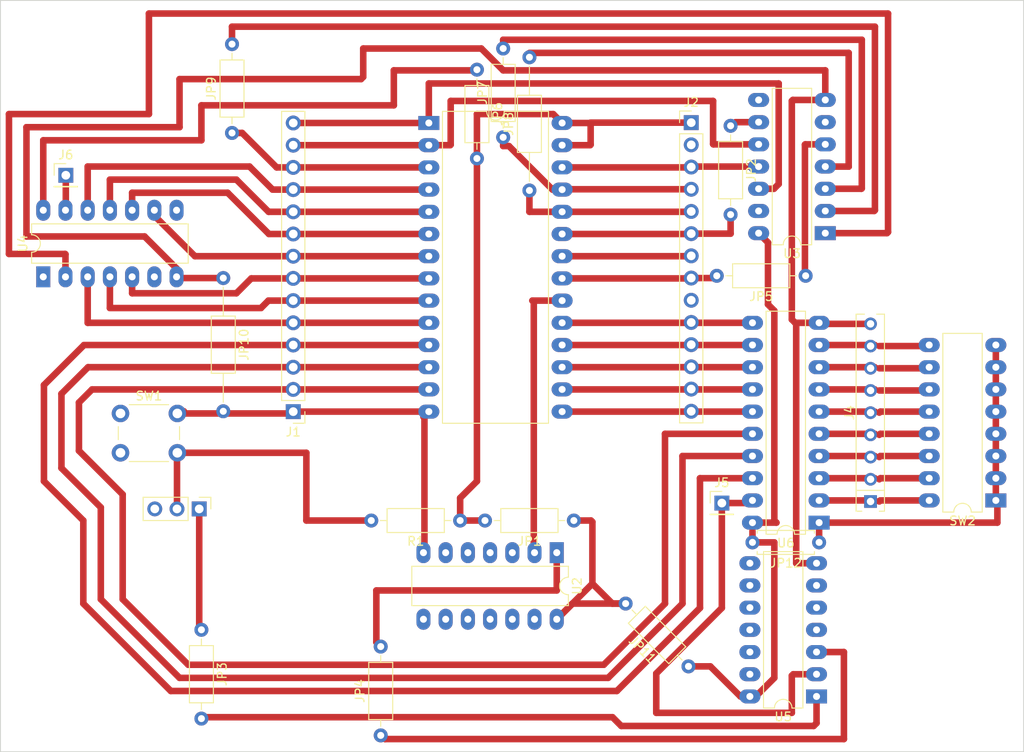
<source format=kicad_pcb>
(kicad_pcb (version 20221018) (generator pcbnew)
  (layers (0 "F.Cu" signal) (31 "B.Cu" signal) (34 "B.Paste" user) (35 "F.Paste" user) (36 "B.SilkS" user "B.Silkscreen") (37 "F.SilkS" user "F.Silkscreen") (38 "B.Mask" user) (39 "F.Mask" user) (44 "Edge.Cuts" user))
  (net 0 "")
  (net 1 "Net-(J1-Pin_4)")
  (net 2 "Net-(J1-Pin_7)")
  (net 3 "Net-(J1-Pin_8)")
  (net 4 "Net-(J1-Pin_9)")
  (net 5 "Net-(J1-Pin_10)")
  (net 6 "Net-(J1-Pin_11)")
  (net 7 "Net-(J1-Pin_13)")
  (net 8 "Net-(J1-Pin_14)")
  (net 19 "Net-(J1-Pin_3)")
  (net 20 "Net-(J1-Pin_1)")
  (net 21 "Net-(J1-Pin_6)")
  (net 22 "Net-(J1-Pin_5)")
  (net 23 "Net-(J1-Pin_12)")
  (net 24 "Net-(J1-Pin_2)")
  (net 25 "Net-(J2-Pin_14)")
  (net 26 "Net-(J2-Pin_13)")
  (net 27 "Net-(J2-Pin_12)")
  (net 28 "Net-(J2-Pin_11)")
  (net 29 "Net-(J2-Pin_10)")
  (net 30 "Net-(J2-Pin_8)")
  (net 31 "Net-(J2-Pin_7)")
  (net 32 "Net-(J2-Pin_6)")
  (net 33 "Net-(J2-Pin_5)")
  (net 34 "Net-(J2-Pin_4)")
  (net 35 "Net-(J2-Pin_3)")
  (net 36 "Net-(J2-Pin_1)")
  (net 38 "Net-(U1-{slash}CE)")
  (net 40 "Net-(J3-Pin_1)")
  (net 41 "Net-(J3-Pin_2)")
  (net 53 "Net-(JP2-A)")
  (net 54 "Net-(JP3-B)")
  (net 55 "Net-(JP4-A)")
  (net 56 "Net-(JP4-B)")
  (net 57 "Net-(JP5-A)")
  (net 58 "Net-(JP6-A)")
  (net 59 "Net-(U3-K)")
  (net 60 "Net-(JP7-B)")
  (net 61 "Net-(JP8-B)")
  (net 62 "Net-(JP9-B)")
  (net 63 "Net-(JP11-A)")
  (net 64 "Net-(J4-Pin_1)")
  (net 65 "Net-(J4-Pin_2)")
  (net 66 "Net-(J4-Pin_3)")
  (net 67 "Net-(J4-Pin_4)")
  (net 68 "Net-(J4-Pin_5)")
  (net 69 "Net-(J4-Pin_6)")
  (net 70 "Net-(J4-Pin_7)")
  (net 71 "Net-(J4-Pin_8)")
  (net 72 "Net-(JP12-A)")
  (net 73 "Net-(J5-Pin_1)")
  (footprint "Connector_PinHeader_2.54mm:PinHeader_1x01_P2.54mm_Vertical" (layer "F.Cu") (at 35 66.5)
    (fp_text reference "J6")
    (fp_text value "Conn_01x01")
  )
  (footprint "Connector_PinHeader_2.54mm:PinHeader_1x14_P2.54mm_Vertical" (layer "F.Cu") (at 61 93.54 180)
    (fp_text reference "J1")
    (fp_text value "Conn_01x14" hide)
  )
  (footprint "Resistor_THT:R_Axial_DIN0207_L6.3mm_D2.5mm_P10.16mm_Horizontal" (layer "F.Cu") (at 111 60.84 -90)
    (fp_text reference "JP2")
    (fp_text value "Jumper_2_Bridged")
  )
  (footprint "Connector_PinHeader_2.54mm:PinHeader_1x01_P2.54mm_Vertical" (layer "F.Cu") (at 110 104)
    (fp_text reference "J5")
    (fp_text value "Conn_01x01")
  )
  (footprint "Resistor_THT:R_Axial_DIN0207_L6.3mm_D2.5mm_P10.16mm_Horizontal" (layer "F.Cu") (at 54 61.66 90)
    (fp_text reference "JP9")
    (fp_text value "Jumper_2_Bridged")
  )
  (footprint "Resistor_THT:R_Axial_DIN0207_L6.3mm_D2.5mm_P10.16mm_Horizontal" (layer "F.Cu") (at 85 62.16 90)
    (fp_text reference "JP7")
    (fp_text value "Jumper_2_Bridged")
  )
  (footprint "Resistor_THT:R_Axial_DIN0207_L6.3mm_D2.5mm_P10.16mm_Horizontal" (layer "F.Cu") (at 71 130.58 90)
    (fp_text reference "JP4")
    (fp_text value "Jumper_2_Bridged")
  )
  (footprint "Resistor_THT:R_Axial_DIN0207_L6.3mm_D2.5mm_P10.16mm_Horizontal" (layer "F.Cu") (at 80.08 106 180)
    (fp_text reference "R1")
    (fp_text value "10K")
  )
  (footprint "Resistor_THT:R_Axial_DIN0207_L6.3mm_D2.5mm_P10.16mm_Horizontal" (layer "F.Cu") (at 50.5 118.5 -90)
    (fp_text reference "JP3")
    (fp_text value "Jumper_2_Bridged")
  )
  (footprint "Resistor_THT:R_Axial_DIN0207_L6.3mm_D2.5mm_P10.16mm_Horizontal" (layer "F.Cu") (at 106.184205 122.684205 135)
    (fp_text reference "JP11")
    (fp_text value "Jumper_2_Bridged")
  )
  (footprint "Button_Switch_THT:SW_PUSH_6mm_H5mm" (layer "F.Cu") (at 41.25 93.75)
    (fp_text reference "SW1")
    (fp_text value "SW_Push")
  )
  (footprint "Resistor_THT:R_Axial_DIN0207_L6.3mm_D2.5mm_P7.62mm_Horizontal" (layer "F.Cu") (at 121.12 108.5 180)
    (fp_text reference "JP12")
    (fp_text value "Jumper_2_Bridged")
  )
  (footprint "Package_SIP:SIP-9_22.3x3mm_P2.54mm" (layer "F.Cu") (at 127 103.82 90)
    (fp_text reference "J4")
    (fp_text value "Conn_01x09_Pin")
  )
  (footprint "Package_DIP:DIP-16_W7.62mm_LongPads" (layer "F.Cu") (at 141.325 103.7 180)
    (fp_text reference "SW2")
    (fp_text value "SW_DIP_x08")
  )
  (footprint "Resistor_THT:R_Axial_DIN0207_L6.3mm_D2.5mm_P10.16mm_Horizontal" (layer "F.Cu") (at 119.58 78 180)
    (fp_text reference "JP5")
    (fp_text value "Jumper_2_Bridged")
  )
  (footprint "Resistor_THT:R_Axial_DIN0207_L6.3mm_D2.5mm_P15.24mm_Horizontal" (layer "F.Cu") (at 88 68.24 90)
    (fp_text reference "JP8")
    (fp_text value "Jumper_2_Bridged")
  )
  (footprint "Package_DIP:DIP-14_W7.62mm_LongPads" (layer "F.Cu") (at 32.42 78.12 90)
    (fp_text reference "U4")
    (fp_text value "4068")
  )
  (footprint "Resistor_THT:R_Axial_DIN0207_L6.3mm_D2.5mm_P15.24mm_Horizontal" (layer "F.Cu") (at 53 78.26 -90)
    (fp_text reference "JP10")
    (fp_text value "Jumper_2_Bridged")
  )
  (footprint "Connector_PinHeader_2.54mm:PinHeader_1x14_P2.54mm_Vertical" (layer "F.Cu") (at 106.5 60.48)
    (fp_text reference "J2")
    (fp_text value "Conn_01x14")
  )
  (footprint "Connector_PinHeader_2.54mm:PinHeader_1x03_P2.54mm_Vertical" (layer "F.Cu") (at 50.25 104.67 -90)
    (fp_text reference "J3" hide)
    (fp_text value "Conn_01x03")
  )
  (footprint "Package_DIP:DIP-20_W7.62mm_LongPads" (layer "F.Cu") (at 121.12 106.24 180)
    (fp_text reference "U6")
    (fp_text value "74LS245")
  )
  (footprint "Resistor_THT:R_Axial_DIN0207_L6.3mm_D2.5mm_P10.16mm_Horizontal" (layer "F.Cu") (at 82 54.42 -90)
    (fp_text reference "JP6")
    (fp_text value "Jumper_2_Bridged")
  )
  (footprint "Package_DIP:DIP-14_W7.62mm_LongPads" (layer "F.Cu") (at 121.825 73.125 180)
    (fp_text reference "U3")
    (fp_text value "4068")
  )
  (footprint "Package_DIP:DIP-28_W15.24mm_LongPads" (layer "F.Cu") (at 76.5 60.52)
    (fp_text reference "U1" hide)
    (fp_text value "~")
  )
  (footprint "Package_DIP:DIP-14_W7.62mm_LongPads" (layer "F.Cu") (at 120.825 126.125 180)
    (fp_text reference "U5")
    (fp_text value "74LS08")
  )
  (footprint "Package_DIP:DIP-14_W7.62mm_LongPads" (layer "F.Cu") (at 91.125 109.675 -90)
    (fp_text reference "U2")
    (fp_text value "74HC04")
  )
  (footprint "Resistor_THT:R_Axial_DIN0207_L6.3mm_D2.5mm_P10.16mm_Horizontal" (layer "F.Cu") (at 93.08 106 180)
    (fp_text reference "JP1")
    (fp_text value "Jumper_2_Bridged")
  )
  (gr_rect (start 27.5246 46.5) (end 144.5 132.45) (stroke (width 0.1)) (fill none) (layer "Edge.Cuts"))
  (segment (start 32.5 90.5) (end 32.5 101.5) (width 0.75) (layer "F.Cu") (net 1))
  (segment (start 37 115.5) (end 47 125.5) (width 0.75) (layer "F.Cu") (net 1))
  (segment (start 98 125.5) (end 107.5 116) (width 0.75) (layer "F.Cu") (net 1))
  (segment (start 107.5 116) (end 107.5 101.16) (width 0.75) (layer "F.Cu") (net 1))
  (segment (start 61 85.92) (end 37.08 85.92) (width 0.75) (layer "F.Cu") (net 1))
  (segment (start 37 106) (end 37 115.5) (width 0.75) (layer "F.Cu") (net 1))
  (segment (start 61 85.92) (end 76.5 85.92) (width 0.75) (layer "F.Cu") (net 1))
  (segment (start 107.5 101.16) (end 113.5 101.16) (width 0.75) (layer "F.Cu") (net 1))
  (segment (start 37.08 85.92) (end 32.5 90.5) (width 0.75) (layer "F.Cu") (net 1))
  (segment (start 47 125.5) (end 98 125.5) (width 0.75) (layer "F.Cu") (net 1))
  (segment (start 32.5 101.5) (end 37 106) (width 0.75) (layer "F.Cu") (net 1))
  (segment (start 56.2 78.3) (end 61 78.3) (width 0.75) (layer "F.Cu") (net 2))
  (segment (start 42.58 80) (end 54.5 80) (width 0.75) (layer "F.Cu") (net 2))
  (segment (start 61 78.3) (end 76.5 78.3) (width 0.75) (layer "F.Cu") (net 2))
  (segment (start 42.58 78.12) (end 42.58 80) (width 0.75) (layer "F.Cu") (net 2))
  (segment (start 54.5 80) (end 56.2 78.3) (width 0.75) (layer "F.Cu") (net 2))
  (segment (start 76.5 75.76) (end 61 75.76) (width 0.75) (layer "F.Cu") (net 3))
  (segment (start 49.76 75.76) (end 61 75.76) (width 0.75) (layer "F.Cu") (net 3))
  (segment (start 45.12 70.5) (end 45.12 71.12) (width 0.75) (layer "F.Cu") (net 3))
  (segment (start 45.12 71.12) (end 49.76 75.76) (width 0.75) (layer "F.Cu") (net 3))
  (segment (start 58.22 73.22) (end 61 73.22) (width 0.75) (layer "F.Cu") (net 4))
  (segment (start 53.5 68.5) (end 58.22 73.22) (width 0.75) (layer "F.Cu") (net 4))
  (segment (start 42.58 70.5) (end 42.58 68.5) (width 0.75) (layer "F.Cu") (net 4))
  (segment (start 61 73.22) (end 76.5 73.22) (width 0.75) (layer "F.Cu") (net 4))
  (segment (start 42.58 68.5) (end 53.5 68.5) (width 0.75) (layer "F.Cu") (net 4))
  (segment (start 58.18 70.68) (end 61 70.68) (width 0.75) (layer "F.Cu") (net 5))
  (segment (start 40.04 67) (end 54.5 67) (width 0.75) (layer "F.Cu") (net 5))
  (segment (start 54.5 67) (end 58.18 70.68) (width 0.75) (layer "F.Cu") (net 5))
  (segment (start 40.04 70.5) (end 40.04 67) (width 0.75) (layer "F.Cu") (net 5))
  (segment (start 76.5 70.68) (end 61 70.68) (width 0.75) (layer "F.Cu") (net 5))
  (segment (start 37.5 70.5) (end 37.5 65.5) (width 0.75) (layer "F.Cu") (net 6))
  (segment (start 76.5 68.14) (end 61 68.14) (width 0.75) (layer "F.Cu") (net 6))
  (segment (start 37.5 65.5) (end 56 65.5) (width 0.75) (layer "F.Cu") (net 6))
  (segment (start 58.64 68.14) (end 61 68.14) (width 0.75) (layer "F.Cu") (net 6))
  (segment (start 56 65.5) (end 58.64 68.14) (width 0.75) (layer "F.Cu") (net 6))
  (segment (start 114.205 62.965) (end 109.035 62.965) (width 0.75) (layer "F.Cu") (net 7))
  (segment (start 109.035 62.965) (end 109 62.93) (width 0.75) (layer "F.Cu") (net 7))
  (segment (start 78.94 63.06) (end 76.5 63.06) (width 0.75) (layer "F.Cu") (net 7))
  (segment (start 109 62.93) (end 109 58) (width 0.75) (layer "F.Cu") (net 7))
  (segment (start 79 58) (end 79 63) (width 0.75) (layer "F.Cu") (net 7))
  (segment (start 79 63) (end 78.94 63.06) (width 0.75) (layer "F.Cu") (net 7))
  (segment (start 109 58) (end 79 58) (width 0.75) (layer "F.Cu") (net 7))
  (segment (start 76.5 63.06) (end 61 63.06) (width 0.75) (layer "F.Cu") (net 7))
  (segment (start 115.955 68.045) (end 116.5 67.5) (width 0.75) (layer "F.Cu") (net 8))
  (segment (start 116.5 56) (end 76.5 56) (width 0.75) (layer "F.Cu") (net 8))
  (segment (start 114.205 68.045) (end 115.955 68.045) (width 0.75) (layer "F.Cu") (net 8))
  (segment (start 61 60.52) (end 76.5 60.52) (width 0.75) (layer "F.Cu") (net 8))
  (segment (start 116.5 67.5) (end 116.5 56) (width 0.75) (layer "F.Cu") (net 8))
  (segment (start 76.5 56) (end 76.5 60.52) (width 0.75) (layer "F.Cu") (net 8))
  (segment (start 34.5 91.5) (end 34.5 100) (width 0.75) (layer "F.Cu") (net 19))
  (segment (start 39 115) (end 48 124) (width 0.75) (layer "F.Cu") (net 19))
  (segment (start 48 124) (end 97 124) (width 0.75) (layer "F.Cu") (net 19))
  (segment (start 105.5 115.5) (end 105.5 98.62) (width 0.75) (layer "F.Cu") (net 19))
  (segment (start 37.54 88.46) (end 34.5 91.5) (width 0.75) (layer "F.Cu") (net 19))
  (segment (start 61 88.46) (end 37.54 88.46) (width 0.75) (layer "F.Cu") (net 19))
  (segment (start 76.5 88.46) (end 61 88.46) (width 0.75) (layer "F.Cu") (net 19))
  (segment (start 105.5 98.62) (end 113.5 98.62) (width 0.75) (layer "F.Cu") (net 19))
  (segment (start 39 104.5) (end 39 115) (width 0.75) (layer "F.Cu") (net 19))
  (segment (start 97 124) (end 105.5 115.5) (width 0.75) (layer "F.Cu") (net 19))
  (segment (start 34.5 100) (end 39 104.5) (width 0.75) (layer "F.Cu") (net 19))
  (segment (start 69 55.25) (end 68.75 55.5) (width 0.75) (layer "F.Cu") (net 20))
  (segment (start 76.5 93.54) (end 61 93.54) (width 0.75) (layer "F.Cu") (net 20))
  (segment (start 85 54.5) (end 82.5 52) (width 0.75) (layer "F.Cu") (net 20))
  (segment (start 118.115 57.885) (end 121.825 57.885) (width 0.75) (layer "F.Cu") (net 20))
  (segment (start 69 52) (end 69 55.25) (width 0.75) (layer "F.Cu") (net 20))
  (segment (start 47.8 78.26) (end 47.66 78.12) (width 0.75) (layer "F.Cu") (net 20))
  (segment (start 30.5 61) (end 30.5 73.5) (width 0.75) (layer "F.Cu") (net 20))
  (segment (start 75.885 94.155) (end 76.5 93.54) (width 0.75) (layer "F.Cu") (net 20))
  (segment (start 76.5 93.54) (end 76 94.04) (width 0.75) (layer "F.Cu") (net 20))
  (segment (start 76 109.56) (end 75.885 109.675) (width 0.75) (layer "F.Cu") (net 20))
  (segment (start 48 55.5) (end 48 61) (width 0.75) (layer "F.Cu") (net 20))
  (segment (start 48 61) (end 30.5 61) (width 0.75) (layer "F.Cu") (net 20))
  (segment (start 44 73.5) (end 47.66 77.16) (width 0.75) (layer "F.Cu") (net 20))
  (segment (start 127 83.5) (end 121.24 83.5) (width 0.75) (layer "F.Cu") (net 20))
  (segment (start 76 94.04) (end 76 109.56) (width 0.75) (layer "F.Cu") (net 20))
  (segment (start 68.75 55.5) (end 48 55.5) (width 0.75) (layer "F.Cu") (net 20))
  (segment (start 118 58) (end 118.115 57.885) (width 0.75) (layer "F.Cu") (net 20))
  (segment (start 118.38 83.38) (end 118 83) (width 0.75) (layer "F.Cu") (net 20))
  (segment (start 121.825 57.885) (end 121.825 54.5) (width 0.75) (layer "F.Cu") (net 20))
  (segment (start 47.75 93.75) (end 60.79 93.75) (width 0.75) (layer "F.Cu") (net 20))
  (segment (start 48 93.5) (end 48.5 93.5) (width 0.75) (layer "F.Cu") (net 20))
  (segment (start 118 83) (end 118 58) (width 0.75) (layer "F.Cu") (net 20))
  (segment (start 121.24 83.5) (end 121.12 83.38) (width 0.75) (layer "F.Cu") (net 20))
  (segment (start 121.12 83.38) (end 118.38 83.38) (width 0.75) (layer "F.Cu") (net 20))
  (segment (start 118.5 110.885) (end 120.825 110.885) (width 0.75) (layer "F.Cu") (net 20))
  (segment (start 47.66 77.16) (end 47.66 78.12) (width 0.75) (layer "F.Cu") (net 20))
  (segment (start 121.825 54.5) (end 85 54.5) (width 0.75) (layer "F.Cu") (net 20))
  (segment (start 118.5 83.5) (end 118.5 110.885) (width 0.75) (layer "F.Cu") (net 20))
  (segment (start 82.5 52) (end 69 52) (width 0.75) (layer "F.Cu") (net 20))
  (segment (start 53 78.26) (end 47.8 78.26) (width 0.75) (layer "F.Cu") (net 20))
  (segment (start 60.79 93.75) (end 61 93.54) (width 0.75) (layer "F.Cu") (net 20))
  (segment (start 30.5 73.5) (end 44 73.5) (width 0.75) (layer "F.Cu") (net 20))
  (segment (start 58.16 80.84) (end 61 80.84) (width 0.75) (layer "F.Cu") (net 21))
  (segment (start 40.04 81.69) (end 57.31 81.69) (width 0.75) (layer "F.Cu") (net 21))
  (segment (start 40.04 78.12) (end 40.04 81.69) (width 0.75) (layer "F.Cu") (net 21))
  (segment (start 57.31 81.69) (end 58.16 80.84) (width 0.75) (layer "F.Cu") (net 21))
  (segment (start 61 80.84) (end 76.5 80.84) (width 0.75) (layer "F.Cu") (net 21))
  (segment (start 37.5 78.12) (end 37.5 83.38) (width 0.75) (layer "F.Cu") (net 22))
  (segment (start 76.5 83.38) (end 61 83.38) (width 0.75) (layer "F.Cu") (net 22))
  (segment (start 37.5 83.38) (end 61 83.38) (width 0.75) (layer "F.Cu") (net 22))
  (segment (start 61 65.6) (end 76.5 65.6) (width 0.75) (layer "F.Cu") (net 23))
  (segment (start 59.1 65.6) (end 61 65.6) (width 0.75) (layer "F.Cu") (net 23))
  (segment (start 55.16 61.66) (end 59.1 65.6) (width 0.75) (layer "F.Cu") (net 23))
  (segment (start 54 61.66) (end 55.16 61.66) (width 0.75) (layer "F.Cu") (net 23))
  (segment (start 41.5 103.015255) (end 41.5 115) (width 0.75) (layer "F.Cu") (net 24))
  (segment (start 36.5 92.5) (end 36.5 98.015255) (width 0.75) (layer "F.Cu") (net 24))
  (segment (start 103.5 96.08) (end 113.5 96.08) (width 0.75) (layer "F.Cu") (net 24))
  (segment (start 41.5 115) (end 49 122.5) (width 0.75) (layer "F.Cu") (net 24))
  (segment (start 49 122.5) (end 96.5 122.5) (width 0.75) (layer "F.Cu") (net 24))
  (segment (start 96.5 122.5) (end 103.5 115.5) (width 0.75) (layer "F.Cu") (net 24))
  (segment (start 103.5 115.5) (end 103.5 96.08) (width 0.75) (layer "F.Cu") (net 24))
  (segment (start 36.5 98.015255) (end 41.5 103.015255) (width 0.75) (layer "F.Cu") (net 24))
  (segment (start 38 91) (end 36.5 92.5) (width 0.75) (layer "F.Cu") (net 24))
  (segment (start 61 91) (end 76.5 91) (width 0.75) (layer "F.Cu") (net 24))
  (segment (start 61 91) (end 38 91) (width 0.75) (layer "F.Cu") (net 24))
  (segment (start 106.46 93.54) (end 106.5 93.5) (width 0.75) (layer "F.Cu") (net 25))
  (segment (start 106.54 93.54) (end 106.5 93.5) (width 0.75) (layer "F.Cu") (net 25))
  (segment (start 91.74 93.54) (end 106.46 93.54) (width 0.75) (layer "F.Cu") (net 25))
  (segment (start 113.5 93.54) (end 106.54 93.54) (width 0.75) (layer "F.Cu") (net 25))
  (segment (start 106.46 91) (end 106.5 90.96) (width 0.75) (layer "F.Cu") (net 26))
  (segment (start 106.54 91) (end 106.5 90.96) (width 0.75) (layer "F.Cu") (net 26))
  (segment (start 91.74 91) (end 106.46 91) (width 0.75) (layer "F.Cu") (net 26))
  (segment (start 113.5 91) (end 106.54 91) (width 0.75) (layer "F.Cu") (net 26))
  (segment (start 106.54 88.46) (end 106.5 88.42) (width 0.75) (layer "F.Cu") (net 27))
  (segment (start 106.46 88.46) (end 106.5 88.42) (width 0.75) (layer "F.Cu") (net 27))
  (segment (start 91.74 88.46) (end 106.46 88.46) (width 0.75) (layer "F.Cu") (net 27))
  (segment (start 113.5 88.46) (end 106.54 88.46) (width 0.75) (layer "F.Cu") (net 27))
  (segment (start 113.5 85.92) (end 106.54 85.92) (width 0.75) (layer "F.Cu") (net 28))
  (segment (start 106.54 85.92) (end 106.5 85.88) (width 0.75) (layer "F.Cu") (net 28))
  (segment (start 91.74 85.92) (end 106.46 85.92) (width 0.75) (layer "F.Cu") (net 28))
  (segment (start 106.46 85.92) (end 106.5 85.88) (width 0.75) (layer "F.Cu") (net 28))
  (segment (start 106.46 83.38) (end 106.5 83.34) (width 0.75) (layer "F.Cu") (net 29))
  (segment (start 106.54 83.38) (end 106.5 83.34) (width 0.75) (layer "F.Cu") (net 29))
  (segment (start 113.5 83.38) (end 106.54 83.38) (width 0.75) (layer "F.Cu") (net 29))
  (segment (start 91.74 83.38) (end 106.46 83.38) (width 0.75) (layer "F.Cu") (net 29))
  (segment (start 106.015255 78.3) (end 106.055255 78.26) (width 0.75) (layer "F.Cu") (net 30))
  (segment (start 106.055255 78.26) (end 106.5 78.26) (width 0.75) (layer "F.Cu") (net 30))
  (segment (start 106.5 78.26) (end 109.16 78.26) (width 0.75) (layer "F.Cu") (net 30))
  (segment (start 91.74 78.3) (end 106.015255 78.3) (width 0.75) (layer "F.Cu") (net 30))
  (segment (start 109.16 78.26) (end 109.42 78) (width 0.75) (layer "F.Cu") (net 30))
  (segment (start 91.74 75.76) (end 106.46 75.76) (width 0.75) (layer "F.Cu") (net 31))
  (segment (start 106.46 75.76) (end 106.5 75.72) (width 0.75) (layer "F.Cu") (net 31))
  (segment (start 111 73.18) (end 106.5 73.18) (width 0.75) (layer "F.Cu") (net 32))
  (segment (start 91.74 73.22) (end 106.46 73.22) (width 0.75) (layer "F.Cu") (net 32))
  (segment (start 111 71) (end 111 73.18) (width 0.75) (layer "F.Cu") (net 32))
  (segment (start 106.46 73.22) (end 106.5 73.18) (width 0.75) (layer "F.Cu") (net 32))
  (segment (start 88 70.68) (end 91.74 70.68) (width 0.75) (layer "F.Cu") (net 33))
  (segment (start 106.46 70.68) (end 106.5 70.64) (width 0.75) (layer "F.Cu") (net 33))
  (segment (start 91.74 70.68) (end 106.46 70.68) (width 0.75) (layer "F.Cu") (net 33))
  (segment (start 88 68.24) (end 88 70.68) (width 0.75) (layer "F.Cu") (net 33))
  (segment (start 106.5 68.1) (end 91.78 68.1) (width 0.75) (layer "F.Cu") (net 34))
  (segment (start 91.78 68.1) (end 91.74 68.14) (width 0.75) (layer "F.Cu") (net 34))
  (segment (start 90.64 68.14) (end 85.66 63.16) (width 0.75) (layer "F.Cu") (net 34))
  (segment (start 85.66 63.16) (end 85 63.16) (width 0.75) (layer "F.Cu") (net 34))
  (segment (start 91.74 68.14) (end 90.64 68.14) (width 0.75) (layer "F.Cu") (net 34))
  (segment (start 85 63.16) (end 85 62.16) (width 0.75) (layer "F.Cu") (net 34))
  (segment (start 91.74 65.6) (end 106.46 65.6) (width 0.75) (layer "F.Cu") (net 35))
  (segment (start 106.46 65.6) (end 106.5 65.56) (width 0.75) (layer "F.Cu") (net 35))
  (segment (start 106.555 65.505) (end 106.5 65.56) (width 0.75) (layer "F.Cu") (net 35))
  (segment (start 114.205 65.505) (end 106.555 65.505) (width 0.75) (layer "F.Cu") (net 35))
  (segment (start 82 59.5) (end 82 64.58) (width 0.75) (layer "F.Cu") (net 36))
  (segment (start 95.04 106) (end 93.08 106) (width 0.75) (layer "F.Cu") (net 36))
  (segment (start 91.8 63) (end 92 63) (width 0.75) (layer "F.Cu") (net 36))
  (segment (start 82 101.5) (end 82 64.58) (width 0.75) (layer "F.Cu") (net 36))
  (segment (start 95.02 60.48) (end 106.5 60.48) (width 0.75) (layer "F.Cu") (net 36))
  (segment (start 94.98 60.52) (end 91.74 60.52) (width 0.75) (layer "F.Cu") (net 36))
  (segment (start 95 60.5) (end 95.02 60.48) (width 0.75) (layer "F.Cu") (net 36))
  (segment (start 115.275 81.275) (end 116 82) (width 0.75) (layer "F.Cu") (net 36))
  (segment (start 97.48 115.5) (end 95.2 113.22) (width 0.75) (layer "F.Cu") (net 36))
  (segment (start 91.74 63.06) (end 94.94 63.06) (width 0.75) (layer "F.Cu") (net 36))
  (segment (start 116 82) (end 116 106) (width 0.75) (layer "F.Cu") (net 36))
  (segment (start 80.08 106) (end 82.92 106) (width 0.75) (layer "F.Cu") (net 36))
  (segment (start 99 115.5) (end 97.48 115.5) (width 0.75) (layer "F.Cu") (net 36))
  (segment (start 91.125 117.295) (end 95.2 113.22) (width 0.75) (layer "F.Cu") (net 36))
  (segment (start 80.08 103.42) (end 82 101.5) (width 0.75) (layer "F.Cu") (net 36))
  (segment (start 95.2 106.16) (end 95.04 106) (width 0.75) (layer "F.Cu") (net 36))
  (segment (start 91.74 63.06) (end 91.8 63) (width 0.75) (layer "F.Cu") (net 36))
  (segment (start 95 60.5) (end 94.98 60.52) (width 0.75) (layer "F.Cu") (net 36))
  (segment (start 116 106) (end 116.24 106.24) (width 0.75) (layer "F.Cu") (net 36))
  (segment (start 91.74 60.52) (end 90.72 59.5) (width 0.75) (layer "F.Cu") (net 36))
  (segment (start 90.72 59.5) (end 82 59.5) (width 0.75) (layer "F.Cu") (net 36))
  (segment (start 94.94 63.06) (end 95 63) (width 0.75) (layer "F.Cu") (net 36))
  (segment (start 113.5 106.24) (end 116.24 106.24) (width 0.75) (layer "F.Cu") (net 36))
  (segment (start 99 115.5) (end 92.92 115.5) (width 0.75) (layer "F.Cu") (net 36))
  (segment (start 95 63) (end 95 60.5) (width 0.75) (layer "F.Cu") (net 36))
  (segment (start 92.92 115.5) (end 91.125 117.295) (width 0.75) (layer "F.Cu") (net 36))
  (segment (start 114.205 73.125) (end 115.275 74.195) (width 0.75) (layer "F.Cu") (net 36))
  (segment (start 115.275 74.195) (end 115.275 81.275) (width 0.75) (layer "F.Cu") (net 36))
  (segment (start 80.08 106) (end 80.08 103.42) (width 0.75) (layer "F.Cu") (net 36))
  (segment (start 95.2 113.22) (end 95.2 106.16) (width 0.75) (layer "F.Cu") (net 36))
  (segment (start 88.5 81) (end 88.34 80.84) (width 0.75) (layer "F.Cu") (net 38))
  (segment (start 88.34 80.84) (end 91.74 80.84) (width 0.75) (layer "F.Cu") (net 38))
  (segment (start 88.585 109.675) (end 88.5 109.59) (width 0.75) (layer "F.Cu") (net 38))
  (segment (start 88.5 109.59) (end 88.5 81) (width 0.75) (layer "F.Cu") (net 38))
  (segment (start 50.25 104.67) (end 50.25 118.25) (width 0.75) (layer "F.Cu") (net 40))
  (segment (start 50.25 118.25) (end 50.5 118.5) (width 0.75) (layer "F.Cu") (net 40))
  (segment (start 47.75 98.25) (end 62.5 98.25) (width 0.75) (layer "F.Cu") (net 41))
  (segment (start 62.5 106) (end 69.92 106) (width 0.75) (layer "F.Cu") (net 41))
  (segment (start 62.5 98.25) (end 62.5 106) (width 0.75) (layer "F.Cu") (net 41))
  (segment (start 47.71 104.67) (end 47.71 98.29) (width 0.75) (layer "F.Cu") (net 41))
  (segment (start 47.71 98.29) (end 47.75 98.25) (width 0.75) (layer "F.Cu") (net 41))
  (segment (start 111.575 60.425) (end 114.205 60.425) (width 0.75) (layer "F.Cu") (net 53))
  (segment (start 111 60.84) (end 111.16 60.84) (width 0.75) (layer "F.Cu") (net 53))
  (segment (start 111.16 60.84) (end 111.575 60.425) (width 0.75) (layer "F.Cu") (net 53))
  (segment (start 50.66 128.5) (end 97.5 128.5) (width 0.75) (layer "F.Cu") (net 54))
  (segment (start 98.5 129.5) (end 120.5 129.5) (width 0.75) (layer "F.Cu") (net 54))
  (segment (start 120.825 129.175) (end 120.825 126.125) (width 0.75) (layer "F.Cu") (net 54))
  (segment (start 50.5 128.66) (end 50.66 128.5) (width 0.75) (layer "F.Cu") (net 54))
  (segment (start 120.5 129.5) (end 120.825 129.175) (width 0.75) (layer "F.Cu") (net 54))
  (segment (start 97.5 128.5) (end 98.5 129.5) (width 0.75) (layer "F.Cu") (net 54))
  (segment (start 123.955 121.045) (end 120.825 121.045) (width 0.75) (layer "F.Cu") (net 55))
  (segment (start 123.955 131) (end 123.955 121.045) (width 0.75) (layer "F.Cu") (net 55))
  (segment (start 71.5 131) (end 123.955 131) (width 0.75) (layer "F.Cu") (net 55))
  (segment (start 71 130.5) (end 71.5 131) (width 0.75) (layer "F.Cu") (net 55))
  (segment (start 70.5 114) (end 70.5 119.92) (width 0.75) (layer "F.Cu") (net 56))
  (segment (start 70.5 119.92) (end 71 120.42) (width 0.75) (layer "F.Cu") (net 56))
  (segment (start 91.125 109.675) (end 91.125 114) (width 0.75) (layer "F.Cu") (net 56))
  (segment (start 91.125 114) (end 70.5 114) (width 0.75) (layer "F.Cu") (net 56))
  (segment (start 121.825 62.965) (end 119.535 62.965) (width 0.75) (layer "F.Cu") (net 57))
  (segment (start 119.5 63) (end 119.5 77.92) (width 0.75) (layer "F.Cu") (net 57))
  (segment (start 119.535 62.965) (end 119.5 63) (width 0.75) (layer "F.Cu") (net 57))
  (segment (start 119.5 77.92) (end 119.58 78) (width 0.75) (layer "F.Cu") (net 57))
  (segment (start 50.5 62.5) (end 50.5 58.5) (width 0.75) (layer "F.Cu") (net 58))
  (segment (start 32.42 70.5) (end 32.42 62.5) (width 0.75) (layer "F.Cu") (net 58))
  (segment (start 72.5 58.5) (end 72.5 54.5) (width 0.75) (layer "F.Cu") (net 58))
  (segment (start 32.42 62.5) (end 50.5 62.5) (width 0.75) (layer "F.Cu") (net 58))
  (segment (start 72.5 54.5) (end 82 54.5) (width 0.75) (layer "F.Cu") (net 58))
  (segment (start 50.5 58.5) (end 72.5 58.5) (width 0.75) (layer "F.Cu") (net 58))
  (segment (start 129 48) (end 129 73) (width 0.75) (layer "F.Cu") (net 59))
  (segment (start 44.5 48) (end 129 48) (width 0.75) (layer "F.Cu") (net 59))
  (segment (start 34.96 78.12) (end 34.96 75.54) (width 0.75) (layer "F.Cu") (net 59))
  (segment (start 128.875 73.125) (end 121.825 73.125) (width 0.75) (layer "F.Cu") (net 59))
  (segment (start 44.5 59.5) (end 44.5 48) (width 0.75) (layer "F.Cu") (net 59))
  (segment (start 34.96 75.54) (end 34.92 75.5) (width 0.75) (layer "F.Cu") (net 59))
  (segment (start 129 73) (end 128.875 73.125) (width 0.75) (layer "F.Cu") (net 59))
  (segment (start 34.92 75.5) (end 28.5 75.5) (width 0.75) (layer "F.Cu") (net 59))
  (segment (start 28.5 59.5) (end 44.5 59.5) (width 0.75) (layer "F.Cu") (net 59))
  (segment (start 28.5 75.5) (end 28.5 59.5) (width 0.75) (layer "F.Cu") (net 59))
  (segment (start 85 51) (end 85 52) (width 0.75) (layer "F.Cu") (net 60))
  (segment (start 126 51) (end 85 51) (width 0.75) (layer "F.Cu") (net 60))
  (segment (start 126 68) (end 126 51) (width 0.75) (layer "F.Cu") (net 60))
  (segment (start 121.825 68.045) (end 125.955 68.045) (width 0.75) (layer "F.Cu") (net 60))
  (segment (start 125.955 68.045) (end 126 68) (width 0.75) (layer "F.Cu") (net 60))
  (segment (start 124.5 52.5) (end 88 52.5) (width 0.75) (layer "F.Cu") (net 61))
  (segment (start 121.825 65.505) (end 124.505 65.505) (width 0.75) (layer "F.Cu") (net 61))
  (segment (start 124.5 65.5) (end 124.5 52.5) (width 0.75) (layer "F.Cu") (net 61))
  (segment (start 124.505 65.505) (end 124.5 65.5) (width 0.75) (layer "F.Cu") (net 61))
  (segment (start 127.5 49.5) (end 127.5 70.5) (width 0.75) (layer "F.Cu") (net 62))
  (segment (start 54 51.5) (end 54 49.5) (width 0.75) (layer "F.Cu") (net 62))
  (segment (start 127.5 70.5) (end 127.415 70.585) (width 0.75) (layer "F.Cu") (net 62))
  (segment (start 127.415 70.585) (end 121.825 70.585) (width 0.75) (layer "F.Cu") (net 62))
  (segment (start 54 49.5) (end 127.5 49.5) (width 0.75) (layer "F.Cu") (net 62))
  (segment (start 116 108.5) (end 116 124) (width 0.75) (layer "F.Cu") (net 63))
  (segment (start 108.684205 122.684205) (end 112.125 126.125) (width 0.75) (layer "F.Cu") (net 63))
  (segment (start 113.5 108.5) (end 113.5 107.19) (width 0.75) (layer "F.Cu") (net 63))
  (segment (start 112.125 126.125) (end 113.205 126.125) (width 0.75) (layer "F.Cu") (net 63))
  (segment (start 113.875 126.125) (end 113.205 126.125) (width 0.75) (layer "F.Cu") (net 63))
  (segment (start 113.5 108.5) (end 116 108.5) (width 0.75) (layer "F.Cu") (net 63))
  (segment (start 106.184205 122.684205) (end 108.684205 122.684205) (width 0.75) (layer "F.Cu") (net 63))
  (segment (start 116 124) (end 113.875 126.125) (width 0.75) (layer "F.Cu") (net 63))
  (segment (start 121.12 103.7) (end 127.5 103.7) (width 0.75) (layer "F.Cu") (net 64))
  (segment (start 134.205 103.7) (end 128.12 103.7) (width 0.75) (layer "F.Cu") (net 64))
  (segment (start 128.12 103.7) (end 128 103.82) (width 0.75) (layer "F.Cu") (net 64))
  (segment (start 134.205 101.16) (end 128.12 101.16) (width 0.75) (layer "F.Cu") (net 65))
  (segment (start 121.12 101.16) (end 127.5 101.16) (width 0.75) (layer "F.Cu") (net 65))
  (segment (start 128.12 101.16) (end 128 101.28) (width 0.75) (layer "F.Cu") (net 65))
  (segment (start 128.12 98.62) (end 128 98.74) (width 0.75) (layer "F.Cu") (net 66))
  (segment (start 134.205 98.62) (end 128.12 98.62) (width 0.75) (layer "F.Cu") (net 66))
  (segment (start 121.12 98.62) (end 127.5 98.62) (width 0.75) (layer "F.Cu") (net 66))
  (segment (start 121.12 96.08) (end 127.5 96.08) (width 0.75) (layer "F.Cu") (net 67))
  (segment (start 134.205 96.08) (end 128.12 96.08) (width 0.75) (layer "F.Cu") (net 67))
  (segment (start 128.12 96.08) (end 128 96.2) (width 0.75) (layer "F.Cu") (net 67))
  (segment (start 128.12 93.54) (end 128 93.66) (width 0.75) (layer "F.Cu") (net 68))
  (segment (start 134.205 93.54) (end 128.12 93.54) (width 0.75) (layer "F.Cu") (net 68))
  (segment (start 121.12 93.54) (end 127.5 93.54) (width 0.75) (layer "F.Cu") (net 68))
  (segment (start 134.085 91.12) (end 134.205 91) (width 0.75) (layer "F.Cu") (net 69))
  (segment (start 127.5 91) (end 121.12 91) (width 0.75) (layer "F.Cu") (net 69))
  (segment (start 128 91.12) (end 134.085 91.12) (width 0.75) (layer "F.Cu") (net 69))
  (segment (start 128 88.58) (end 134.085 88.58) (width 0.75) (layer "F.Cu") (net 70))
  (segment (start 134.085 88.58) (end 134.205 88.46) (width 0.75) (layer "F.Cu") (net 70))
  (segment (start 127.5 88.46) (end 121.12 88.46) (width 0.75) (layer "F.Cu") (net 70))
  (segment (start 134.085 86.04) (end 134.205 85.92) (width 0.75) (layer "F.Cu") (net 71))
  (segment (start 128 86.04) (end 134.085 86.04) (width 0.75) (layer "F.Cu") (net 71))
  (segment (start 127.5 85.92) (end 121.12 85.92) (width 0.75) (layer "F.Cu") (net 71))
  (segment (start 141.825 103.7) (end 141.5 104.025) (width 0.75) (layer "F.Cu") (net 72))
  (segment (start 141.5 106.24) (end 121.12 106.24) (width 0.75) (layer "F.Cu") (net 72))
  (segment (start 141.5 104.025) (end 141.5 106.24) (width 0.75) (layer "F.Cu") (net 72))
  (segment (start 121.12 108.5) (end 121.12 106.24) (width 0.75) (layer "F.Cu") (net 72))
  (segment (start 141.325 85.92) (end 141.325 103.7) (width 0.75) (layer "F.Cu") (net 72))
  (segment (start 110 116) (end 110 104) (width 0.75) (layer "F.Cu") (net 73))
  (segment (start 102.5 128) (end 102.5 123.5) (width 0.75) (layer "F.Cu") (net 73))
  (segment (start 35 66.5) (end 35 70.46) (width 0.75) (layer "F.Cu") (net 73))
  (segment (start 102.5 123.5) (end 110 116) (width 0.75) (layer "F.Cu") (net 73))
  (segment (start 118 123.75) (end 118 128) (width 0.75) (layer "F.Cu") (net 73))
  (segment (start 120.825 123.585) (end 119.915 123.585) (width 0.75) (layer "F.Cu") (net 73))
  (segment (start 110 104) (end 113.2 104) (width 0.75) (layer "F.Cu") (net 73))
  (segment (start 35 70.46) (end 34.96 70.5) (width 0.75) (layer "F.Cu") (net 73))
  (segment (start 113.2 104) (end 113.5 103.7) (width 0.75) (layer "F.Cu") (net 73))
  (segment (start 118 128) (end 102.5 128) (width 0.75) (layer "F.Cu") (net 73))
  (segment (start 118.165 123.585) (end 118 123.75) (width 0.75) (layer "F.Cu") (net 73))
  (segment (start 120.825 123.585) (end 118.165 123.585) (width 0.75) (layer "F.Cu") (net 73))
)
</source>
